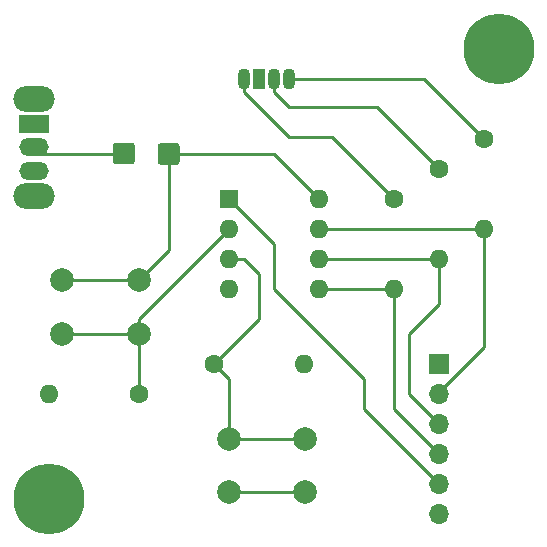
<source format=gbr>
%TF.GenerationSoftware,KiCad,Pcbnew,5.1.10-88a1d61d58~88~ubuntu18.04.1*%
%TF.CreationDate,2021-12-28T00:11:02+01:00*%
%TF.ProjectId,tuchoVen,74756368-6f56-4656-9e2e-6b696361645f,rev?*%
%TF.SameCoordinates,Original*%
%TF.FileFunction,Copper,L1,Top*%
%TF.FilePolarity,Positive*%
%FSLAX46Y46*%
G04 Gerber Fmt 4.6, Leading zero omitted, Abs format (unit mm)*
G04 Created by KiCad (PCBNEW 5.1.10-88a1d61d58~88~ubuntu18.04.1) date 2021-12-28 00:11:02*
%MOMM*%
%LPD*%
G01*
G04 APERTURE LIST*
%TA.AperFunction,ComponentPad*%
%ADD10C,6.000000*%
%TD*%
%TA.AperFunction,ComponentPad*%
%ADD11O,1.600000X1.600000*%
%TD*%
%TA.AperFunction,ComponentPad*%
%ADD12R,1.600000X1.600000*%
%TD*%
%TA.AperFunction,ComponentPad*%
%ADD13C,2.000000*%
%TD*%
%TA.AperFunction,ComponentPad*%
%ADD14O,3.500000X2.200000*%
%TD*%
%TA.AperFunction,ComponentPad*%
%ADD15O,2.500000X1.500000*%
%TD*%
%TA.AperFunction,ComponentPad*%
%ADD16R,2.500000X1.500000*%
%TD*%
%TA.AperFunction,ComponentPad*%
%ADD17C,1.600000*%
%TD*%
%TA.AperFunction,ComponentPad*%
%ADD18O,1.700000X1.700000*%
%TD*%
%TA.AperFunction,ComponentPad*%
%ADD19R,1.700000X1.700000*%
%TD*%
%TA.AperFunction,ComponentPad*%
%ADD20O,1.070000X1.800000*%
%TD*%
%TA.AperFunction,ComponentPad*%
%ADD21R,1.070000X1.800000*%
%TD*%
%TA.AperFunction,Conductor*%
%ADD22C,0.250000*%
%TD*%
G04 APERTURE END LIST*
D10*
%TO.P,h,1*%
%TO.N,N/C*%
X144780000Y-55880000D03*
%TD*%
%TO.P,h,1*%
%TO.N,N/C*%
X106680000Y-93980000D03*
%TD*%
D11*
%TO.P,U1,8*%
%TO.N,/v0*%
X129540000Y-68580000D03*
%TO.P,U1,4*%
%TO.N,/g0*%
X121920000Y-76200000D03*
%TO.P,U1,7*%
%TO.N,Net-(J1-Pad2)*%
X129540000Y-71120000D03*
%TO.P,U1,3*%
%TO.N,Net-(R5-Pad1)*%
X121920000Y-73660000D03*
%TO.P,U1,6*%
%TO.N,Net-(J1-Pad3)*%
X129540000Y-73660000D03*
%TO.P,U1,2*%
%TO.N,Net-(R4-Pad1)*%
X121920000Y-71120000D03*
%TO.P,U1,5*%
%TO.N,Net-(J1-Pad4)*%
X129540000Y-76200000D03*
D12*
%TO.P,U1,1*%
%TO.N,Net-(J1-Pad5)*%
X121920000Y-68580000D03*
%TD*%
D13*
%TO.P,SW3,1*%
%TO.N,Net-(R5-Pad1)*%
X128420000Y-88900000D03*
%TO.P,SW3,2*%
%TO.N,/v0*%
X128420000Y-93400000D03*
%TO.P,SW3,1*%
%TO.N,Net-(R5-Pad1)*%
X121920000Y-88900000D03*
%TO.P,SW3,2*%
%TO.N,/v0*%
X121920000Y-93400000D03*
%TD*%
%TO.P,SW2,1*%
%TO.N,Net-(R4-Pad1)*%
X107800000Y-80010000D03*
%TO.P,SW2,2*%
%TO.N,/v0*%
X107800000Y-75510000D03*
%TO.P,SW2,1*%
%TO.N,Net-(R4-Pad1)*%
X114300000Y-80010000D03*
%TO.P,SW2,2*%
%TO.N,/v0*%
X114300000Y-75510000D03*
%TD*%
D14*
%TO.P,SW1,*%
%TO.N,*%
X105410000Y-68330000D03*
X105410000Y-60130000D03*
D15*
%TO.P,SW1,3*%
%TO.N,N/C*%
X105410000Y-66230000D03*
%TO.P,SW1,2*%
%TO.N,Net-(J3-Pad1)*%
X105410000Y-64230000D03*
D16*
%TO.P,SW1,1*%
%TO.N,/g0*%
X105410000Y-62230000D03*
%TD*%
D11*
%TO.P,R5,2*%
%TO.N,/g0*%
X128270000Y-82550000D03*
D17*
%TO.P,R5,1*%
%TO.N,Net-(R5-Pad1)*%
X120650000Y-82550000D03*
%TD*%
D11*
%TO.P,R4,2*%
%TO.N,/g0*%
X106680000Y-85090000D03*
D17*
%TO.P,R4,1*%
%TO.N,Net-(R4-Pad1)*%
X114300000Y-85090000D03*
%TD*%
D11*
%TO.P,R3,2*%
%TO.N,Net-(J1-Pad4)*%
X135890000Y-76200000D03*
D17*
%TO.P,R3,1*%
%TO.N,Net-(D1-Pad4)*%
X135890000Y-68580000D03*
%TD*%
D11*
%TO.P,R2,2*%
%TO.N,Net-(J1-Pad3)*%
X139700000Y-73660000D03*
D17*
%TO.P,R2,1*%
%TO.N,Net-(D1-Pad2)*%
X139700000Y-66040000D03*
%TD*%
D11*
%TO.P,R1,2*%
%TO.N,Net-(J1-Pad2)*%
X143510000Y-71120000D03*
D17*
%TO.P,R1,1*%
%TO.N,Net-(D1-Pad1)*%
X143510000Y-63500000D03*
%TD*%
%TO.P,J3,1*%
%TO.N,Net-(J3-Pad1)*%
%TA.AperFunction,ComponentPad*%
G36*
G01*
X113955000Y-64094999D02*
X113955000Y-65445001D01*
G75*
G02*
X113705001Y-65695000I-249999J0D01*
G01*
X112354999Y-65695000D01*
G75*
G02*
X112105000Y-65445001I0J249999D01*
G01*
X112105000Y-64094999D01*
G75*
G02*
X112354999Y-63845000I249999J0D01*
G01*
X113705001Y-63845000D01*
G75*
G02*
X113955000Y-64094999I0J-249999D01*
G01*
G37*
%TD.AperFunction*%
%TD*%
%TO.P,J2,1*%
%TO.N,/v0*%
%TA.AperFunction,ComponentPad*%
G36*
G01*
X117765000Y-64134999D02*
X117765000Y-65485001D01*
G75*
G02*
X117515001Y-65735000I-249999J0D01*
G01*
X116164999Y-65735000D01*
G75*
G02*
X115915000Y-65485001I0J249999D01*
G01*
X115915000Y-64134999D01*
G75*
G02*
X116164999Y-63885000I249999J0D01*
G01*
X117515001Y-63885000D01*
G75*
G02*
X117765000Y-64134999I0J-249999D01*
G01*
G37*
%TD.AperFunction*%
%TD*%
D18*
%TO.P,J1,6*%
%TO.N,/g0*%
X139700000Y-95250000D03*
%TO.P,J1,5*%
%TO.N,Net-(J1-Pad5)*%
X139700000Y-92710000D03*
%TO.P,J1,4*%
%TO.N,Net-(J1-Pad4)*%
X139700000Y-90170000D03*
%TO.P,J1,3*%
%TO.N,Net-(J1-Pad3)*%
X139700000Y-87630000D03*
%TO.P,J1,2*%
%TO.N,Net-(J1-Pad2)*%
X139700000Y-85090000D03*
D19*
%TO.P,J1,1*%
%TO.N,/v0*%
X139700000Y-82550000D03*
%TD*%
D20*
%TO.P,D1,4*%
%TO.N,Net-(D1-Pad4)*%
X123190000Y-58420000D03*
D21*
%TO.P,D1,3*%
%TO.N,/g0*%
X124460000Y-58420000D03*
D20*
%TO.P,D1,2*%
%TO.N,Net-(D1-Pad2)*%
X125730000Y-58420000D03*
%TO.P,D1,1*%
%TO.N,Net-(D1-Pad1)*%
X127000000Y-58420000D03*
%TD*%
D22*
%TO.N,Net-(D1-Pad1)*%
X138430000Y-58420000D02*
X143510000Y-63500000D01*
X127000000Y-58420000D02*
X138430000Y-58420000D01*
%TO.N,Net-(D1-Pad2)*%
X125730000Y-59570000D02*
X127000000Y-60840000D01*
X125730000Y-58420000D02*
X125730000Y-59570000D01*
X134500000Y-60840000D02*
X139700000Y-66040000D01*
X127000000Y-60840000D02*
X134500000Y-60840000D01*
%TO.N,Net-(D1-Pad4)*%
X123190000Y-59570000D02*
X127000000Y-63380000D01*
X123190000Y-58420000D02*
X123190000Y-59570000D01*
X130690000Y-63380000D02*
X135890000Y-68580000D01*
X127000000Y-63380000D02*
X130690000Y-63380000D01*
%TO.N,Net-(J1-Pad2)*%
X143510000Y-71120000D02*
X129540000Y-71120000D01*
X139700000Y-84925002D02*
X139700000Y-85090000D01*
X143510000Y-81115002D02*
X139700000Y-84925002D01*
X143510000Y-71120000D02*
X143510000Y-81115002D01*
%TO.N,Net-(J1-Pad3)*%
X139700000Y-73660000D02*
X129540000Y-73660000D01*
X139700000Y-87630000D02*
X137160000Y-85090000D01*
X137160000Y-85090000D02*
X137160000Y-80010000D01*
X137160000Y-80010000D02*
X139700000Y-77470000D01*
X139700000Y-77470000D02*
X139700000Y-73660000D01*
%TO.N,Net-(J1-Pad4)*%
X135890000Y-76200000D02*
X129540000Y-76200000D01*
X135890000Y-86360000D02*
X135890000Y-76200000D01*
X139700000Y-90170000D02*
X135890000Y-86360000D01*
%TO.N,Net-(J1-Pad5)*%
X139700000Y-92710000D02*
X133350000Y-86360000D01*
X133350000Y-86360000D02*
X133350000Y-83820000D01*
X133350000Y-83820000D02*
X125730000Y-76200000D01*
X125730000Y-72390000D02*
X121920000Y-68580000D01*
X125730000Y-76200000D02*
X125730000Y-72390000D01*
%TO.N,Net-(R4-Pad1)*%
X114300000Y-78740000D02*
X114300000Y-80010000D01*
X121920000Y-71120000D02*
X114300000Y-78740000D01*
X114300000Y-85090000D02*
X114300000Y-80010000D01*
X114300000Y-80010000D02*
X107800000Y-80010000D01*
%TO.N,/v0*%
X125770000Y-64810000D02*
X129540000Y-68580000D01*
X116840000Y-64810000D02*
X125770000Y-64810000D01*
X116840000Y-72970000D02*
X114300000Y-75510000D01*
X116840000Y-64810000D02*
X116840000Y-72970000D01*
X114300000Y-75510000D02*
X107800000Y-75510000D01*
X128420000Y-93400000D02*
X121920000Y-93400000D01*
%TO.N,Net-(J3-Pad1)*%
X105950000Y-64770000D02*
X105410000Y-64230000D01*
X113030000Y-64770000D02*
X105950000Y-64770000D01*
%TO.N,Net-(R5-Pad1)*%
X121920000Y-73660000D02*
X123190000Y-73660000D01*
X123190000Y-73660000D02*
X124460000Y-74930000D01*
X124460000Y-78740000D02*
X120650000Y-82550000D01*
X124460000Y-74930000D02*
X124460000Y-78740000D01*
X121920000Y-83820000D02*
X120650000Y-82550000D01*
X121920000Y-88900000D02*
X121920000Y-83820000D01*
X128420000Y-88900000D02*
X121920000Y-88900000D01*
%TD*%
M02*

</source>
